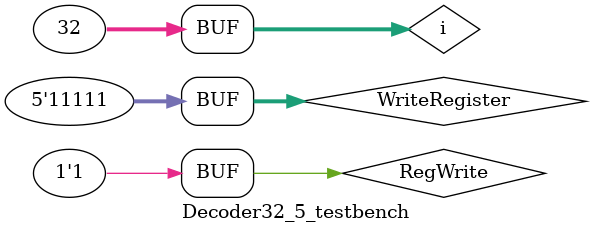
<source format=sv>
`timescale 1ps/1ps
module Decoder32_5 (WriteEn, RegWrite, WriteRegister);
	output logic [31:0] WriteEn;
	input logic RegWrite;	//enablelor
	input logic [4:0] WriteRegister;
	logic [3:0] enable;
	logic WriteOpp3, WriteOpp4;
	
	parameter delay = 50;
	
	// 4_2decoder
	not #delay inver4 (WriteOpp4, WriteRegister[4]);
	not #delay inver3 (WriteOpp3, WriteRegister[3]);

	and #delay e00 (enable[0], WriteOpp4, 			WriteOpp3, 			RegWrite);
	and #delay e01 (enable[1], WriteOpp4, 			WriteRegister[3],	RegWrite);
	and #delay e10 (enable[2], WriteRegister[4], WriteOpp3, 		RegWrite);
	and #delay e11 (enable[3], WriteRegister[4], WriteRegister[3], RegWrite);
	
	// 4_2decoder connect to 4 8_3decoders
	Decoder8_3 de31_24 (.out(WriteEn[31:24]), .en(enable[3]), .s(WriteRegister[2:0]));
	Decoder8_3 de23_16 (.out(WriteEn[23:16]), .en(enable[2]), .s(WriteRegister[2:0]));
	Decoder8_3 de15_8  (.out(WriteEn[15:8]) , .en(enable[1]), .s(WriteRegister[2:0]));
	Decoder8_3 de7_0   (.out(WriteEn[7:0])  , .en(enable[0]), .s(WriteRegister[2:0]));
endmodule



module Decoder32_5_testbench();
	logic [31:0] WriteEn;
	logic RegWrite;	//enablelor
	logic [4:0] WriteRegister;
	Decoder32_5 dut (.WriteEn, .RegWrite, .WriteRegister);
	// Try all combinations of inputs.
	integer i;
	initial begin
		RegWrite = 1'b0;
		for(i = 0; i <32; i++) begin
			WriteRegister[4:0] = i; #5000;
		end
		RegWrite = 1'b1;
		for(i = 0; i <32; i++) begin
			WriteRegister[4:0] = i; #5000;
		end
	end
endmodule


</source>
